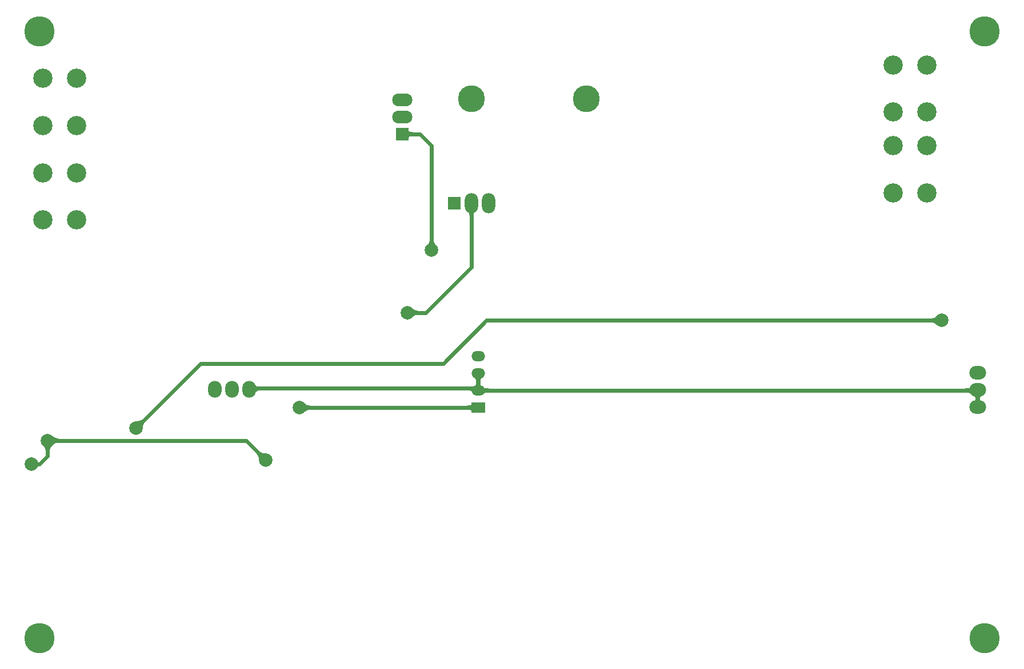
<source format=gbl>
G04 Layer_Physical_Order=2*
G04 Layer_Color=16711680*
%FSAX23Y23*%
%MOIN*%
G70*
G01*
G75*
%ADD23C,0.024*%
%ADD38O,0.079X0.098*%
%ADD39O,0.079X0.059*%
%ADD40R,0.079X0.059*%
%ADD41O,0.078X0.118*%
%ADD42R,0.078X0.078*%
%ADD43C,0.177*%
%ADD44R,0.074X0.074*%
%ADD45O,0.118X0.074*%
%ADD46C,0.157*%
%ADD47O,0.098X0.079*%
%ADD48C,0.112*%
%ADD49C,0.079*%
G36*
X03727Y02523D02*
X03727Y02525D01*
X03726Y02527D01*
X03725Y02529D01*
X03723Y02531D01*
X03721Y02532D01*
X03718Y02533D01*
X03715Y02534D01*
X03712Y02534D01*
X03708Y02535D01*
X03703Y02535D01*
Y02559D01*
X03708Y02559D01*
X03712Y02559D01*
X03715Y02560D01*
X03718Y02560D01*
X03721Y02561D01*
X03723Y02563D01*
X03725Y02564D01*
X03726Y02566D01*
X03727Y02568D01*
X03727Y02570D01*
Y02523D01*
D02*
G37*
G36*
X02755Y02572D02*
X02758Y02569D01*
X02761Y02566D01*
X02764Y02564D01*
X02767Y02563D01*
X02770Y02561D01*
X02774Y02560D01*
X02777Y02559D01*
X02781Y02559D01*
X02784Y02559D01*
X02783Y02535D01*
X02780Y02535D01*
X02776Y02534D01*
X02773Y02534D01*
X02769Y02532D01*
X02766Y02531D01*
X02763Y02529D01*
X02759Y02527D01*
X02756Y02525D01*
X02753Y02523D01*
X02750Y02520D01*
X02752Y02575D01*
X02755Y02572D01*
D02*
G37*
G36*
X06641Y02623D02*
X06641Y02625D01*
X06640Y02627D01*
X06638Y02629D01*
X06636Y02631D01*
X06633Y02632D01*
X06629Y02633D01*
X06625Y02634D01*
X06621Y02634D01*
X06615Y02635D01*
X06610Y02635D01*
X06607Y02659D01*
X06613Y02659D01*
X06622Y02660D01*
X06626Y02660D01*
X06629Y02661D01*
X06632Y02663D01*
X06634Y02664D01*
X06635Y02666D01*
X06636Y02668D01*
X06636Y02670D01*
X06641Y02623D01*
D02*
G37*
G36*
X06701Y02614D02*
X06699Y02613D01*
X06697Y02612D01*
X06695Y02610D01*
X06694Y02607D01*
X06693Y02605D01*
X06692Y02601D01*
X06692Y02601D01*
X06692Y02600D01*
X06693Y02597D01*
X06694Y02594D01*
X06695Y02592D01*
X06697Y02590D01*
X06699Y02588D01*
X06701Y02588D01*
X06703Y02587D01*
X06656D01*
X06658Y02588D01*
X06660Y02588D01*
X06662Y02590D01*
X06663Y02592D01*
X06665Y02594D01*
X06666Y02597D01*
X06666Y02600D01*
X06666Y02601D01*
X06666Y02601D01*
X06666Y02605D01*
X06665Y02607D01*
X06663Y02610D01*
X06662Y02612D01*
X06660Y02613D01*
X06658Y02614D01*
X06656Y02614D01*
X06703D01*
X06701Y02614D01*
D02*
G37*
G36*
X01279Y02324D02*
X01276Y02321D01*
X01274Y02318D01*
X01272Y02315D01*
X01270Y02311D01*
X01268Y02308D01*
X01267Y02305D01*
X01267Y02301D01*
X01266Y02298D01*
X01266Y02294D01*
X01242D01*
X01242Y02298D01*
X01242Y02301D01*
X01241Y02305D01*
X01240Y02308D01*
X01238Y02311D01*
X01237Y02315D01*
X01235Y02318D01*
X01232Y02321D01*
X01230Y02324D01*
X01227Y02327D01*
X01282D01*
X01279Y02324D01*
D02*
G37*
G36*
X02493Y02290D02*
X02496Y02288D01*
X02499Y02286D01*
X02502Y02285D01*
X02506Y02284D01*
X02509Y02282D01*
X02513Y02282D01*
X02517Y02281D01*
X02521Y02281D01*
X02525Y02281D01*
X02486Y02242D01*
X02486Y02246D01*
X02486Y02250D01*
X02485Y02254D01*
X02485Y02258D01*
X02483Y02261D01*
X02482Y02265D01*
X02480Y02268D01*
X02479Y02271D01*
X02477Y02274D01*
X02474Y02276D01*
X02491Y02293D01*
X02493Y02290D01*
D02*
G37*
G36*
X01821Y02463D02*
X01819Y02461D01*
X01817Y02458D01*
X01815Y02455D01*
X01814Y02452D01*
X01812Y02448D01*
X01811Y02445D01*
X01810Y02441D01*
X01810Y02437D01*
X01809Y02433D01*
X01809Y02429D01*
X01770Y02468D01*
X01775Y02468D01*
X01779Y02468D01*
X01783Y02469D01*
X01786Y02469D01*
X01790Y02471D01*
X01793Y02472D01*
X01796Y02474D01*
X01799Y02475D01*
X01802Y02477D01*
X01805Y02480D01*
X01821Y02463D01*
D02*
G37*
G36*
X01285Y02380D02*
X01288Y02377D01*
X01292Y02375D01*
X01295Y02373D01*
X01298Y02371D01*
X01302Y02370D01*
X01305Y02369D01*
X01308Y02368D01*
X01312Y02367D01*
X01315Y02367D01*
Y02344D01*
X01312Y02343D01*
X01308Y02343D01*
X01305Y02342D01*
X01302Y02341D01*
X01298Y02340D01*
X01295Y02338D01*
X01292Y02336D01*
X01288Y02334D01*
X01285Y02331D01*
X01282Y02328D01*
Y02383D01*
X01285Y02380D01*
D02*
G37*
G36*
X03506Y03523D02*
X03507Y03520D01*
X03507Y03516D01*
X03509Y03513D01*
X03510Y03510D01*
X03512Y03506D01*
X03514Y03503D01*
X03516Y03500D01*
X03519Y03497D01*
X03522Y03494D01*
X03467D01*
X03470Y03497D01*
X03472Y03500D01*
X03475Y03503D01*
X03477Y03506D01*
X03479Y03510D01*
X03480Y03513D01*
X03481Y03516D01*
X03482Y03520D01*
X03482Y03523D01*
X03482Y03527D01*
X03506D01*
X03506Y03523D01*
D02*
G37*
G36*
X03384Y03126D02*
X03387Y03123D01*
X03390Y03121D01*
X03393Y03119D01*
X03397Y03117D01*
X03400Y03116D01*
X03403Y03115D01*
X03407Y03114D01*
X03410Y03113D01*
X03414Y03113D01*
Y03090D01*
X03410Y03089D01*
X03407Y03089D01*
X03403Y03088D01*
X03400Y03087D01*
X03397Y03086D01*
X03393Y03084D01*
X03390Y03082D01*
X03387Y03080D01*
X03384Y03077D01*
X03381Y03074D01*
Y03129D01*
X03384Y03126D01*
D02*
G37*
G36*
X03360Y04166D02*
X03361Y04164D01*
X03362Y04162D01*
X03363Y04161D01*
X03366Y04160D01*
X03368Y04158D01*
X03371Y04158D01*
X03375Y04157D01*
X03379Y04157D01*
X03383Y04157D01*
Y04133D01*
X03379Y04133D01*
X03375Y04132D01*
X03371Y04132D01*
X03368Y04131D01*
X03366Y04130D01*
X03363Y04129D01*
X03362Y04127D01*
X03361Y04125D01*
X03360Y04123D01*
X03360Y04121D01*
Y04168D01*
X03360Y04166D01*
D02*
G37*
G36*
X03748Y03690D02*
X03746Y03689D01*
X03744Y03688D01*
X03743Y03686D01*
X03741Y03683D01*
X03740Y03680D01*
X03739Y03676D01*
X03739Y03671D01*
X03738Y03666D01*
X03738Y03660D01*
X03715D01*
X03715Y03666D01*
X03714Y03676D01*
X03713Y03680D01*
X03712Y03683D01*
X03711Y03686D01*
X03709Y03688D01*
X03707Y03689D01*
X03705Y03690D01*
X03703Y03690D01*
X03750D01*
X03748Y03690D01*
D02*
G37*
G36*
X02466Y02680D02*
X02467Y02678D01*
X02469Y02676D01*
X02471Y02675D01*
X02473Y02673D01*
X02476Y02672D01*
X02480Y02671D01*
X02484Y02671D01*
X02488Y02670D01*
X02493Y02670D01*
X02494Y02647D01*
X02489Y02647D01*
X02485Y02646D01*
X02481Y02646D01*
X02477Y02645D01*
X02475Y02644D01*
X02472Y02642D01*
X02471Y02641D01*
X02470Y02639D01*
X02469Y02637D01*
X02469Y02635D01*
X02466Y02682D01*
X02466Y02680D01*
D02*
G37*
G36*
X03794Y02668D02*
X03795Y02666D01*
X03796Y02664D01*
X03799Y02663D01*
X03802Y02661D01*
X03805Y02660D01*
X03809Y02660D01*
X03814Y02659D01*
X03820Y02659D01*
X03826Y02659D01*
Y02635D01*
X03820Y02635D01*
X03809Y02634D01*
X03805Y02633D01*
X03802Y02632D01*
X03799Y02631D01*
X03796Y02629D01*
X03795Y02627D01*
X03794Y02625D01*
X03793Y02623D01*
Y02670D01*
X03794Y02668D01*
D02*
G37*
G36*
X06443Y03029D02*
X06439Y03032D01*
X06436Y03034D01*
X06433Y03037D01*
X06430Y03039D01*
X06427Y03040D01*
X06423Y03042D01*
X06420Y03043D01*
X06416Y03044D01*
X06413Y03044D01*
X06409Y03044D01*
Y03068D01*
X06413Y03068D01*
X06416Y03069D01*
X06420Y03069D01*
X06423Y03071D01*
X06427Y03072D01*
X06430Y03074D01*
X06433Y03076D01*
X06436Y03078D01*
X06439Y03081D01*
X06443Y03084D01*
Y03029D01*
D02*
G37*
G36*
X03787Y02721D02*
X03785Y02720D01*
X03783Y02718D01*
X03782Y02717D01*
X03781Y02714D01*
X03780Y02711D01*
X03779Y02708D01*
X03778Y02704D01*
X03778Y02699D01*
X03778Y02697D01*
X03778Y02695D01*
X03778Y02690D01*
X03779Y02686D01*
X03780Y02682D01*
X03781Y02679D01*
X03782Y02677D01*
X03783Y02675D01*
X03785Y02674D01*
X03787Y02673D01*
X03789Y02673D01*
X03744D01*
X03729Y02635D01*
X03730Y02637D01*
X03730Y02639D01*
X03729Y02641D01*
X03727Y02643D01*
X03725Y02644D01*
X03722Y02645D01*
X03718Y02646D01*
X03714Y02646D01*
X03709Y02647D01*
X03703Y02647D01*
X03715Y02670D01*
X03719Y02670D01*
X03734Y02671D01*
X03737Y02672D01*
X03741Y02673D01*
X03743Y02673D01*
X03745Y02674D01*
X03744Y02673D01*
X03745Y02673D01*
X03747Y02674D01*
X03748Y02675D01*
X03750Y02677D01*
X03751Y02679D01*
X03752Y02682D01*
X03753Y02686D01*
X03754Y02690D01*
X03754Y02695D01*
X03754Y02697D01*
X03754Y02699D01*
X03754Y02704D01*
X03753Y02708D01*
X03752Y02711D01*
X03751Y02714D01*
X03750Y02717D01*
X03748Y02718D01*
X03747Y02720D01*
X03745Y02721D01*
X03742Y02721D01*
X03789D01*
X03787Y02721D01*
D02*
G37*
G54D23*
X02399Y02659D02*
X03754D01*
X01770Y02428D02*
X02147Y02805D01*
X03754Y02659D02*
X03766Y02647D01*
X03461Y03101D02*
X03727Y03367D01*
X03323Y04145D02*
X03425D01*
X03494Y04076D01*
Y03466D02*
Y04076D01*
X03766Y02647D02*
Y02747D01*
X03353Y03101D02*
X03461D01*
X03766Y02647D02*
X06675D01*
X06679Y02651D01*
Y02551D02*
Y02651D01*
X02147Y02805D02*
X03562D01*
X03813Y03056D01*
X06471D01*
X02723Y02548D02*
X02724Y02547D01*
X03766D01*
X01254Y02355D02*
X02412D01*
X02526Y02241D01*
X01207Y02218D02*
X01254Y02265D01*
Y02355D01*
X01160Y02218D02*
X01207D01*
X03727Y03367D02*
Y03741D01*
G54D38*
X02431Y02655D02*
D03*
X02331D02*
D03*
X02231D02*
D03*
G54D39*
X03766Y02847D02*
D03*
Y02747D02*
D03*
Y02647D02*
D03*
G54D40*
Y02547D02*
D03*
G54D41*
X03825Y03741D02*
D03*
X03727D02*
D03*
G54D42*
X03626D02*
D03*
G54D43*
X06719Y01202D02*
D03*
Y04745D02*
D03*
X01207Y01202D02*
D03*
Y04745D02*
D03*
G54D44*
X03323Y04145D02*
D03*
G54D45*
Y04245D02*
D03*
Y04345D02*
D03*
G54D46*
X04396Y04351D02*
D03*
X03727D02*
D03*
G54D47*
X06679Y02551D02*
D03*
Y02651D02*
D03*
Y02751D02*
D03*
G54D48*
X01227Y03643D02*
D03*
X01423D02*
D03*
X01227Y03918D02*
D03*
X01423D02*
D03*
X01227Y04194D02*
D03*
X01423D02*
D03*
X01227Y04470D02*
D03*
X01423D02*
D03*
X06187Y04273D02*
D03*
X06384D02*
D03*
X06187Y04548D02*
D03*
X06384D02*
D03*
X06187Y03800D02*
D03*
X06384D02*
D03*
X06187Y04076D02*
D03*
X06384D02*
D03*
G54D49*
X03494Y03466D02*
D03*
X01770Y02428D02*
D03*
X03353Y03101D02*
D03*
X06471Y03056D02*
D03*
X02723Y02548D02*
D03*
X02526Y02241D02*
D03*
X01254Y02355D02*
D03*
X01160Y02218D02*
D03*
M02*

</source>
